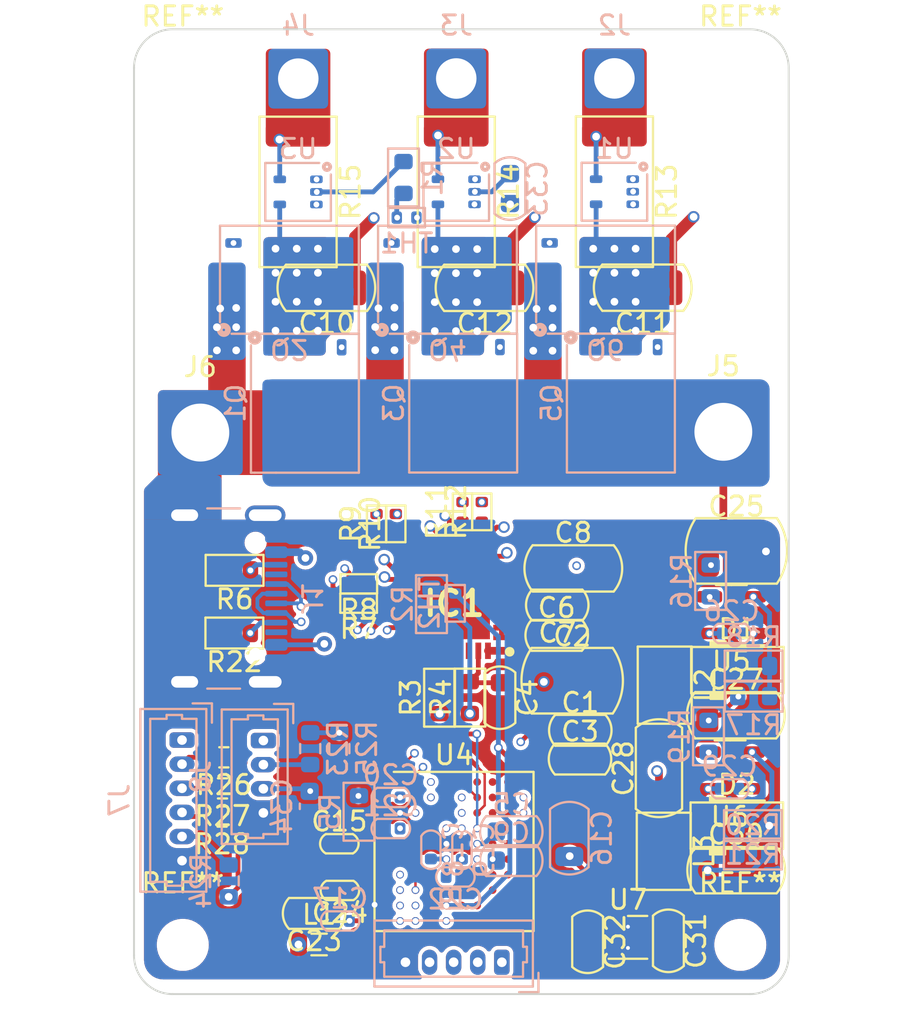
<source format=kicad_pcb>
(kicad_pcb (version 20221018) (generator pcbnew)
  (layers (0 "F.Cu" signal) (1 "In1.Cu" signal) (2 "In2.Cu" signal) (3 "In3.Cu" signal) (4 "In4.Cu" signal) (31 "B.Cu" signal) (34 "B.Paste" user) (35 "F.Paste" user) (36 "B.SilkS" user "B.Silkscreen") (37 "F.SilkS" user "F.Silkscreen") (38 "B.Mask" user) (39 "F.Mask" user) (44 "Edge.Cuts" user))
  (net 0 "")
  (net 1 "GND")
  (net 2 "VCC")
  (net 3 "Net-(IC1-VB3)")
  (net 4 "PHASE_C")
  (net 5 "Net-(IC1-VB1)")
  (net 6 "PHASE_A")
  (net 7 "Net-(IC1-VB2)")
  (net 8 "PHASE_B")
  (net 9 "CS_A")
  (net 10 "CS_B")
  (net 11 "CS_C")
  (net 12 "+3.3V")
  (net 13 "PHASE_A_CONN")
  (net 14 "PHASE_B_CONN")
  (net 15 "PHASE_C_CONN")
  (net 16 "Net-(Q1-G)")
  (net 17 "Net-(Q2-G)")
  (net 18 "Net-(Q5-G)")
  (net 19 "Net-(IC1-RFE)")
  (net 20 "Net-(IC1-BJT_DR)")
  (net 21 "Net-(IC1-CP1)")
  (net 22 "Net-(IC1-CP2)")
  (net 23 "Net-(IC1-VCC)")
  (net 24 "Net-(IC1-HO1)")
  (net 25 "Net-(IC1-LO1)")
  (net 26 "Net-(IC1-HO2)")
  (net 27 "Net-(IC1-LO2)")
  (net 28 "Net-(IC1-HO3)")
  (net 29 "Net-(IC1-LO3)")
  (net 30 "LIN_C")
  (net 31 "LIN_B")
  (net 32 "LIN_A")
  (net 33 "HIN_C")
  (net 34 "HIN_B")
  (net 35 "HIN_A")
  (net 36 "Net-(IC1-ITRIP_CONF)")
  (net 41 "Net-(Q3-G)")
  (net 42 "Net-(Q4-G)")
  (net 43 "Net-(Q6-G)")
  (net 46 "WAKEUP")
  (net 54 "DISPLAY_TX")
  (net 59 "USB_D+")
  (net 64 "USB_D-")
  (net 66 "Net-(U4-BOOT0)")
  (net 69 "Net-(U4-NRST)")
  (net 73 "Net-(C5-Pad2)")
  (net 76 "Net-(C9-Pad2)")
  (net 83 "+3.3VA")
  (net 86 "DISPLAY_RX")
  (net 87 "HALL_S")
  (net 114 "Net-(U5-CB)")
  (net 115 "Net-(D1-K)")
  (net 116 "+12V")
  (net 117 "Net-(U5-FB)")
  (net 118 "Net-(U6-CB)")
  (net 119 "Net-(D2-K)")
  (net 120 "Net-(U6-FB)")
  (net 121 "Net-(U5-~{SHDN})")
  (net 122 "Net-(U6-~{SHDN})")
  (net 123 "+5V")
  (net 124 "Net-(J1-CC1)")
  (net 126 "Net-(J1-CC2)")
  (net 128 "HALL_A")
  (net 129 "HALL_B")
  (net 130 "HALL_C")
  (net 131 "TH_LOW")
  (net 132 "PAS_SIGNAL")
  (net 133 "TORQUE_OUTPUT")
  (net 134 "TH_HIGH")
  (net 135 "PAS_SIGNAL_LOW")
  (footprint "PCM_Resistor_SMD_AKL:R_2512_6332Metric" (layer "F.Cu") (at 193.66 75.2475 -90)
    (fp_text reference "R15")
    (fp_text value "1m" hide)
  )
  (footprint "MountingHole:MountingHole_2.2mm_M2" (layer "F.Cu") (at 216.6 114.27)
    (fp_text reference "REF**")
    (fp_text value "MountingHole_2.2mm_M2")
  )
  (footprint "PCM_Resistor_SMD_AKL:R_0402_1005Metric" (layer "F.Cu") (at 196.8 96.56 180)
    (fp_text reference "R7")
    (fp_text value "22" hide)
  )
  (footprint "PCM_Resistor_SMD_AKL:R_0402_1005Metric" (layer "F.Cu") (at 203.19 91.83 90)
    (fp_text reference "R12")
    (fp_text value "22" hide)
  )
  (footprint "PCM_Resistor_SMD_AKL:R_0402_1005Metric" (layer "F.Cu") (at 202.19 91.83 90)
    (fp_text reference "R11")
    (fp_text value "22" hide)
  )
  (footprint "MountingHole:MountingHole_2.2mm_M2" (layer "F.Cu") (at 187.68 69.35)
    (fp_text reference "REF**")
    (fp_text value "MountingHole_2.2mm_M2")
  )
  (footprint "Resistor_SMD:R_0603_1608Metric" (layer "F.Cu") (at 189.74 106.16 180)
    (fp_text reference "R27")
    (fp_text value "10K")
  )
  (footprint "PCM_Capacitor_SMD_AKL:C_1206_3216Metric" (layer "F.Cu") (at 211.545 80.21 180)
    (fp_text reference "C11")
    (fp_text value "2.2uF" hide)
  )
  (footprint "PCM_Capacitor_SMD_AKL:C_1206_3216Metric" (layer "F.Cu") (at 195.135 80.22 180)
    (fp_text reference "C10")
    (fp_text value "2.2uF" hide)
  )
  (footprint "PCM_Diode_SMD_AKL:D_SOD-123" (layer "F.Cu") (at 216.42 108.09)
    (fp_text reference "D2")
    (fp_text value "80V/1A" hide)
  )
  (footprint "PCM_Capacitor_SMD_AKL:C_0402_1005Metric" (layer "F.Cu") (at 195.83 111.45 180)
    (fp_text reference "C24")
    (fp_text value "100nF" hide)
  )
  (footprint "PCM_Resistor_SMD_AKL:R_0402_1005Metric" (layer "F.Cu") (at 197.73 92.45 90)
    (fp_text reference "R9")
    (fp_text value "22" hide)
  )
  (footprint "Package_TO_SOT_SMD:SOT-23-6" (layer "F.Cu") (at 216.07 105.23 180)
    (fp_text reference "U6")
    (fp_text value "LMR16006YQ5")
  )
  (footprint "PCM_Capacitor_SMD_AKL:C_0603_1608Metric" (layer "F.Cu") (at 204.13 101.46 -90)
    (fp_text reference "C4")
    (fp_text value "1nF" hide)
  )
  (footprint "PCM_Diode_SMD_AKL:D_SOD-123" (layer "F.Cu") (at 216.45 100.03)
    (fp_text reference "D1")
    (fp_text value "80V/1A" hide)
  )
  (footprint "PCM_Capacitor_SMD_AKL:C_1206_3216Metric" (layer "F.Cu") (at 216.36 102.37)
    (fp_text reference "C27")
    (fp_text value "10uF/25V" hide)
  )
  (footprint "PCM_Inductor_SMD_AKL:L_1008_2520Metric" (layer "F.Cu") (at 212.63 109.42 -90)
    (fp_text reference "L3")
    (fp_text value "6,8uH" hide)
  )
  (footprint "Resistor_SMD:R_0603_1608Metric" (layer "F.Cu") (at 189.81 104.55 180)
    (fp_text reference "R26")
    (fp_text value "10K")
  )
  (footprint "PCM_Inductor_SMD_AKL:L_1008_2520Metric" (layer "F.Cu") (at 212.68 100.81 -90)
    (fp_text reference "L2")
    (fp_text value "10uH" hide)
  )
  (footprint "PCM_Resistor_SMD_AKL:R_0603_1608Metric" (layer "F.Cu") (at 190.355 98.11 180)
    (fp_text reference "R22")
    (fp_text value "5,1k" hide)
  )
  (footprint "Package_BGA:TFBGA-100_8x8mm_Layout10x10_P0.8mm" (layer "F.Cu") (at 201.75 109.43)
    (fp_text reference "U4")
    (fp_text value "STM32H753VIHx")
  )
  (footprint "PCM_Capacitor_SMD_AKL:C_0603_1608Metric" (layer "F.Cu") (at 212.87 114.06 -90)
    (fp_text reference "C31")
    (fp_text value "2,2uF/10V" hide)
  )
  (footprint "Connector_Wire:SolderWire-2.5sqmm_1x01_D2.4mm_OD4.4mm" (layer "F.Cu") (at 188.59 87.72)
    (fp_text reference "J6")
    (fp_text value "BAT-")
  )
  (footprint "PCM_Capacitor_SMD_AKL:C_0603_1608Metric" (layer "F.Cu") (at 207.075 98.23)
    (fp_text reference "C6")
    (fp_text value "1uF" hide)
  )
  (footprint "PCM_Capacitor_SMD_AKL:C_1210_3225Metric" (layer "F.Cu") (at 216.395 93.85)
    (fp_text reference "C25")
    (fp_text value "10uF/100V" hide)
  )
  (footprint "PCM_Resistor_SMD_AKL:R_0402_1005Metric" (layer "F.Cu") (at 196.81 95.56 180)
    (fp_text reference "R8")
    (fp_text value "22" hide)
  )
  (footprint "PCM_Capacitor_SMD_AKL:C_0603_1608Metric" (layer "F.Cu") (at 208.3 103.15)
    (fp_text reference "C1")
    (fp_text value "C" hide)
  )
  (footprint "PCM_Capacitor_SMD_AKL:C_1210_3225Metric" (layer "F.Cu") (at 207.88 100.58)
    (fp_text reference "C2")
    (fp_text value "10uF/100V" hide)
  )
  (footprint "PCM_Capacitor_SMD_AKL:C_0603_1608Metric" (layer "F.Cu") (at 208.68 114.11 -90)
    (fp_text reference "C32")
    (fp_text value "2,2uF/10V" hide)
  )
  (footprint "PCM_Capacitor_SMD_AKL:C_0402_1005Metric" (layer "F.Cu") (at 195.8 109.03)
    (fp_text reference "C15")
    (fp_text value "100nF" hide)
  )
  (footprint "PCM_Resistor_SMD_AKL:R_2512_6332Metric" (layer "F.Cu") (at 201.865 75.2425 -90)
    (fp_text reference "R14")
    (fp_text value "1m" hide)
  )
  (footprint "PCM_Capacitor_SMD_AKL:C_1206_3216Metric" (layer "F.Cu") (at 207.93 94.76)
    (fp_text reference "C8")
    (fp_text value "10uF/25V" hide)
  )
  (footprint "Resistor_SMD:R_0603_1608Metric" (layer "F.Cu") (at 189.72 107.62 180)
    (fp_text reference "R28")
    (fp_text value "10K")
  )
  (footprint "Connector_Wire:SolderWire-2.5sqmm_1x01_D2.4mm_OD4.4mm" (layer "F.Cu") (at 215.72 87.68)
    (fp_text reference "J5")
    (fp_text value "BAT+")
  )
  (footprint "Package_SON:WSON-6-1EP_2x2mm_P0.65mm_EP1x1.6mm_ThermalVias" (layer "F.Cu") (at 210.7725 113.88)
    (fp_text reference "U7")
    (fp_text value "TLV76733DRVx" hide)
  )
  (footprint "PCM_Capacitor_SMD_AKL:C_1206_3216Metric" (layer "F.Cu") (at 216.38 110.4)
    (fp_text reference "C30")
    (fp_text value "10uF/25V" hide)
  )
  (footprint "PCM_Capacitor_SMD_AKL:C_0603_1608Metric" (layer "F.Cu") (at 194.49 112.64 180)
    (fp_text reference "C23")
    (fp_text value "1uF" hide)
  )
  (footprint "MountingHole:MountingHole_2.2mm_M2" (layer "F.Cu") (at 216.61 69.35)
    (fp_text reference "REF**")
    (fp_text value "MountingHole_2.2mm_M2")
  )
  (footprint "PCM_Capacitor_SMD_AKL:C_1206_3216Metric" (layer "F.Cu") (at 212.38 105.12 90)
    (fp_text reference "C28")
    (fp_text value "10uF/25V" hide)
  )
  (footprint "MountingHole:MountingHole_2.2mm_M2" (layer "F.Cu") (at 187.68 114.27)
    (fp_text reference "REF**")
    (fp_text value "MountingHole_2.2mm_M2")
  )
  (footprint "PCM_Resistor_SMD_AKL:R_0603_1608Metric" (layer "F.Cu") (at 190.365 94.86 180)
    (fp_text reference "R6")
    (fp_text value "5,1k" hide)
  )
  (footprint "PCM_Resistor_SMD_AKL:R_0603_1608Metric" (layer "F.Cu") (at 201 101.46 90)
    (fp_text reference "R3")
    (fp_text value "100k" hide)
  )
  (footprint "PCM_Capacitor_SMD_AKL:C_0603_1608Metric" (layer "F.Cu") (at 207.105 96.66 180)
    (fp_text reference "C7")
    (fp_text value "10nF/25V" hide)
  )
  (footprint "PCM_Capacitor_SMD_AKL:C_0603_1608Metric" (layer "F.Cu") (at 208.285 104.64)
    (fp_text reference "C3")
    (fp_text value "C" hide)
  )
  (footprint "PCM_Resistor_SMD_AKL:R_0402_1005Metric" (layer "F.Cu") (at 198.73 92.45 90)
    (fp_text reference "R10")
    (fp_text value "22" hide)
  )
  (footprint "PCM_Resistor_SMD_AKL:R_0603_1608Metric" (layer "F.Cu") (at 202.57 101.455 90)
    (fp_text reference "R4")
    (fp_text value "1M" hide)
  )
  (footprint "PCM_Resistor_SMD_AKL:R_2512_6332Metric" (layer "F.Cu") (at 210.07 75.2375 -90)
    (fp_text reference "R13")
    (fp_text value "1m" hide)
  )
  (footprint "CycleIQ:QFN50P500X500X90-33N-D" (layer "F.Cu") (at 201.76 96.58 180)
    (fp_text reference "IC1")
    (fp_text value "6ED2742S01QXTMA1" hide)
  )
  (footprint "Package_TO_SOT_SMD:SOT-23-6" (layer "F.Cu") (at 216.1375 97.18 180)
    (fp_text reference "U5")
    (fp_text value "LMR16006YQ5")
  )
  (footprint "PCM_Capacitor_SMD_AKL:C_1206_3216Metric" (layer "F.Cu") (at 203.34 80.22 180)
    (fp_text reference "C12")
    (fp_text value "2.2uF" hide)
  )
  (footprint "Inductor_SMD:L_0805_2012Metric" (layer "F.Cu") (at 194.75 114.25)
    (fp_text reference "L1")
    (fp_text value "27nH")
  )
  (footprint "PCM_Package_SON_AKL:Infineon_PG-TDSON-8" (layer "B.Cu") (at 210.405 86.19 -90)
    (fp_text reference "Q5")
    (fp_text value "TPH1R306PL" hide)
  )
  (footprint "PCM_Resistor_SMD_AKL:R_0603_1608Metric" (layer "B.Cu") (at 217.29 99.82 180)
    (fp_text reference "R18")
    (fp_text value "10k" hide)
  )
  (footprint "PCM_Resistor_SMD_AKL:R_0603_1608Metric" (layer "B.Cu") (at 196.82 107.37 -90)
    (fp_text reference "R5")
    (fp_text value "10k" hide)
  )
  (footprint "PCM_Capacitor_SMD_AKL:C_0402_1005Metric" (layer "B.Cu") (at 198.47 108.24 180)
    (fp_text reference "C21")
    (fp_text value "100nF" hide)
  )
  (footprint "PCM_Package_SON_AKL:Infineon_PG-TDSON-8" (layer "B.Cu") (at 202.225 86.19 -90)
    (fp_text reference "Q3")
    (fp_text value "TPH1R306PL" hide)
  )
  (footprint "PCM_Capacitor_SMD_AKL:C_0603_1608Metric" (layer "B.Cu") (at 204.65 75.075 90)
    (fp_text reference "C33")
    (fp_text value "1uF" hide)
  )
  (footprint "PCM_Package_SON_AKL:Infineon_PG-TDSON-8" (layer "B.Cu") (at 193.21 79.8)
    (fp_text reference "Q2")
    (fp_text value "TPH1R306PL" hide)
  )
  (footprint "PCM_Package_TO_SOT_SMD_AKL:SOT-353_SC-70-5" (layer "B.Cu") (at 201.865 75.2425 180)
    (fp_text reference "U2")
    (fp_text value "~" hide)
  )
  (footprint "PCM_Resistor_SMD_AKL:R_0603_1608Metric" (layer "B.Cu") (at 200.58 96.61 -90)
    (fp_text reference "R2")
    (fp_text value "10k" hide)
  )
  (footprint "PCM_Capacitor_SMD_AKL:C_0402_1005Metric" (layer "B.Cu") (at 202.16 109.35 90)
    (fp_text reference "C19")
    (fp_text value "100nF" hide)
  )
  (footprint "PCM_Capacitor_SMD_AKL:C_0603_1608Metric" (layer "B.Cu") (at 204.72 108.4 180)
    (fp_text reference "C5")
    (fp_text value "2,2uF" hide)
  )
  (footprint "PCM_Package_SON_AKL:Infineon_PG-TDSON-8" (layer "B.Cu") (at 209.61 79.795)
    (fp_text reference "Q6")
    (fp_text value "TPH1R306PL" hide)
  )
  (footprint "Connector_USB:USB_C_Receptacle_GCT_USB4105-xx-A_16P_TopMnt_Horizontal" (layer "B.Cu") (at 188.85 96.32 90)
    (fp_text reference "J1")
    (fp_text value "USB_C_Receptacle_USB2.0")
  )
  (footprint "PCM_Package_SON_AKL:Infineon_PG-TDSON-8" (layer "B.Cu") (at 194.015 86.2 -90)
    (fp_text reference "Q1")
    (fp_text value "TPH1R306PL" hide)
  )
  (footprint "PCM_Resistor_SMD_AKL:R_0402_1005Metric" (layer "B.Cu") (at 201.81 96.57 -90)
    (fp_text reference "TH2")
    (fp_text value "Thermistor_NTC" hide)
  )
  (footprint "Resistor_SMD:R_0603_1608Metric" (layer "B.Cu") (at 194.29 104.1 90)
    (fp_text reference "R23")
    (fp_text value "33K")
  )
  (footprint "PCM_Capacitor_SMD_AKL:C_0402_1005Metric" (layer "B.Cu") (at 195.84 113.03 180)
    (fp_text reference "C17")
    (fp_text value "100nF" hide)
  )
  (footprint "PCM_Resistor_SMD_AKL:R_0603_1608Metric" (layer "B.Cu") (at 215.06 95.41 -90)
    (fp_text reference "R16")
    (fp_text value "100k" hide)
  )
  (footprint "PCM_Capacitor_SMD_AKL:C_0805_2012Metric" (layer "B.Cu") (at 207.73 108.74 90)
    (fp_text reference "C16")
    (fp_text value "4,7uF" hide)
  )
  (footprint "Connector_Molex:Molex_PicoBlade_53047-0410_1x04_P1.25mm_Vertical" (layer "B.Cu") (at 191.86 103.68 -90)
    (fp_text reference "J8")
    (fp_text value "CONN_PAS")
  )
  (footprint "Connector_Molex:Molex_PicoBlade_53047-0610_1x06_P1.25mm_Vertical" (layer "B.Cu") (at 187.64 103.655 -90)
    (fp_text reference "J7")
    (fp_text value "CONN_HALL")
  )
  (footprint "Connector_Wire:SolderWire-1.5sqmm_1x01_D1.7mm_OD3mm" (layer "B.Cu") (at 193.67 69.3775 180)
    (fp_text reference "J4")
    (fp_text value "PHASE_C")
  )
  (footprint "PCM_Resistor_SMD_AKL:R_0603_1608Metric" (layer "B.Cu") (at 217.295 101.38)
    (fp_text reference "R17")
    (fp_text value "147k" hide)
  )
  (footprint "PCM_Resistor_SMD_AKL:R_0603_1608Metric" (layer "B.Cu") (at 217.25 109.56 180)
    (fp_text reference "R20")
    (fp_text value "54.9k" hide)
  )
  (footprint "PCM_Resistor_SMD_AKL:R_0402_1005Metric" (layer "B.Cu") (at 199.29 76.58)
    (fp_text reference "TH1")
    (fp_text value "Thermistor_NTC" hide)
  )
  (footprint "Connector_Wire:SolderWire-1.5sqmm_1x01_D1.7mm_OD3mm" (layer "B.Cu") (at 201.865 69.37 180)
    (fp_text reference "J3")
    (fp_text value "PHASE_B")
  )
  (footprint "PCM_Capacitor_SMD_AKL:C_0402_1005Metric" (layer "B.Cu") (at 198.47 106.63 180)
    (fp_text reference "C20")
    (fp_text value "100nF" hide)
  )
  (footprint "PCM_Capacitor_SMD_AKL:C_0402_1005Metric" (layer "B.Cu") (at 216.15 98.13 180)
    (fp_text reference "C26")
    (fp_text value "100nF/16V" hide)
  )
  (footprint "PCM_Package_TO_SOT_SMD_AKL:SOT-353_SC-70-5" (layer "B.Cu") (at 210.07 75.2375 180)
    (fp_text reference "U1")
    (fp_text value "~" hide)
  )
  (footprint "PCM_Package_SON_AKL:Infineon_PG-TDSON-8" (layer "B.Cu") (at 201.41 79.8)
    (fp_text reference "Q4")
    (fp_text value "TPH1R306PL" hide)
  )
  (footprint "PCM_Capacitor_SMD_AKL:C_0603_1608Metric" (layer "B.Cu") (at 204.72 109.9 180)
    (fp_text reference "C9")
    (fp_text value "2,2uF" hide)
  )
  (footprint "Connector_Molex:Molex_PicoBlade_53047-0510_1x05_P1.25mm_Vertical" (layer "B.Cu") (at 204.23 115.17 180)
    (fp_text reference "J9")
    (fp_text value "CONN_DISPLAY")
  )
  (footprint "Connector_Wire:SolderWire-1.5sqmm_1x01_D1.7mm_OD3mm" (layer "B.Cu") (at 210.07 69.365 180)
    (fp_text reference "J2")
    (fp_text value "PHASE_A")
  )
  (footprint "Capacitor_SMD:C_0603_1608Metric" (layer "B.Cu") (at 194.26 107.09 -90)
    (fp_text reference "C34")
    (fp_text value "2,2uF/10V" hide)
  )
  (footprint "PCM_Capacitor_SMD_AKL:C_0402_1005Metric" (layer "B.Cu") (at 201.82 110.75)
    (fp_text reference "C22")
    (fp_text value "100nF" hide)
  )
  (footprint "PCM_Capacitor_SMD_AKL:C_0402_1005Metric" (layer "B.Cu") (at 216.04 106.18 180)
    (fp_text reference "C29")
    (fp_text value "100nF/16V" hide)
  )
  (footprint "PCM_Package_TO_SOT_SMD_AKL:SOT-353_SC-70-5" (layer "B.Cu") (at 193.66 75.2475 180)
    (fp_text reference "U3")
    (fp_text value "~" hide)
  )
  (footprint "Resistor_SMD:R_0603_1608Metric" (layer "B.Cu") (at 195.8 104.1 90)
    (fp_text reference "R25")
    (fp_text value "10K")
  )
  (footprint "PCM_Resistor_SMD_AKL:R_0603_1608Metric" (layer "B.Cu") (at 217.255 108.09)
    (fp_text reference "R21")
    (fp_text value "10k" hide)
  )
  (footprint "Resistor_SMD:R_0603_1608Metric" (layer "B.Cu") (at 190.06 110.955 -90)
    (fp_text reference "R24")
    (fp_text value "10K")
  )
  (footprint "PCM_Capacitor_SMD_AKL:C_0402_1005Metric" (layer "B.Cu") (at 200.55 109.34 90)
    (fp_text reference "C18")
    (fp_text value "100nF" hide)
  )
  (footprint "PCM_Resistor_SMD_AKL:R_0603_1608Metric" (layer "B.Cu") (at 214.95 103.46 -90)
    (fp_text reference "R19")
    (fp_text value "100k" hide)
  )
  (footprint "PCM_Resistor_SMD_AKL:R_0603_1608Metric" (layer "B.Cu") (at 199.13 74.5 90)
    (fp_text reference "R1")
    (fp_text value "10k" hide)
  )
  (gr_line (start 219.11 68.82) (end 219.11 114.82) (stroke (width 0.1)) (layer "Edge.Cuts"))
  (gr_line (start 187.15 66.82) (end 217.11 66.82) (stroke (width 0.1)) (layer "Edge.Cuts"))
  (gr_arc (start 219.11 114.82) (mid 218.524214 116.234214) (end 217.11 116.82) (stroke (width 0.1)) (layer "Edge.Cuts"))
  (gr_arc (start 187.15 116.82) (mid 185.735786 116.234214) (end 185.15 114.82) (stroke (width 0.1)) (layer "Edge.Cuts"))
  (gr_arc (start 185.15 68.82) (mid 185.735786 67.405786) (end 187.15 66.82) (stroke (width 0.1)) (layer "Edge.Cuts"))
  (gr_line (start 217.11 116.82) (end 187.15 116.82) (stroke (width 0.1)) (layer "Edge.Cuts"))
  (gr_arc (start 217.11 66.82) (mid 218.524214 67.405786) (end 219.11 68.82) (stroke (width 0.1)) (layer "Edge.Cuts"))
  (gr_line (start 185.15 114.82) (end 185.15 68.82) (stroke (width 0.1)) (layer "Edge.Cuts"))
  (segment (start 217.666236 97.18) (end 217.275 97.18) (width 0.4) (layer "F.Cu") (net 1))
  (segment (start 211.66 113.88) (end 210.7725 113.88) (width 0.25) (layer "F.Cu") (net 1))
  (segment (start 218.1 100.03) (end 218.2645 99.8655) (width 0.4) (layer "F.Cu") (net 1))
  (segment (start 218.2645 97.778264) (end 217.666236 97.18) (width 0.4) (layer "F.Cu") (net 1))
  (segment (start 218.2645 99.8655) (end 218.2645 97.778264) (width 0.4) (layer "F.Cu") (net 1))
  (via (at 190.45 81.26) (size 0.8) (drill 0.4) (layers "F.Cu" "B.Cu") (net 1))
  (via (at 198.95 107.43) (size 0.4) (drill 0.3) (layers "F.Cu" "B.Cu") (net 1))
  (via (at 189.62 81.29) (size 0.6) (drill 0.4) (layers "F.Cu" "B.Cu") (net 1))
  (via (at 189.45 83.46) (size 0.8) (drill 0.4) (layers "F.Cu" "B.Cu") (net 1))
  (via (at 205.86 83.48) (size 0.8) (drill 0.4) (layers "F.Cu" "B.Cu") (net 1))
  (via (at 194.63 75.25) (size 0.4) (drill 0.3) (layers "F.Cu" "B.Cu") (net 1))
  (via (at 190.45 82.26) (size 0.8) (drill 0.4) (layers "F.Cu" "B.Cu") (net 1))
  (via (at 206.86 82.28) (size 0.8) (drill 0.4) (layers "F.Cu" "B.Cu") (net 1))
  (via (at 198.66 82.25) (size 0.8) (drill 0.4) (layers "F.Cu" "B.Cu") (net 1))
  (via (at 206.03 81.31) (size 0.6) (drill 0.4) (layers "F.Cu" "B.Cu") (net 1))
  (via (at 202.83 75.24) (size 0.4) (drill 0.3) (layers "F.Cu" "B.Cu") (net 1))
  (via (at 189.45 82.26) (size 0.8) (drill 0.4) (layers "F.Cu" "B.Cu") (net 1))
  (via (at 197.63 112.19) (size 0.45) (drill 0.3) (layers "F.Cu" "B.Cu") (net 1))
  (via (at 201.35 109.03) (size 0.4) (drill 0.3) (layers "F.Cu" "B.Cu") (net 1))
  (via (at 218.1 108.09) (size 0.6) (drill 0.4) (layers "F.Cu" "B.Cu") (net 1))
  (via (at 206.86 83.48) (size 0.8) (drill 0.4) (layers "F.Cu" "B.Cu") (net 1))
  (via (at 205.86 82.28) (size 0.8) (drill 0.4) (layers "F.Cu" "B.Cu") (net 1))
  (via (at 197.66 82.25) (size 0.8) (drill 0.4) (layers "F.Cu" "B.Cu") (net 1))
  (via (at 197.83 81.28) (size 0.6) (drill 0.4) (layers "F.Cu" "B.Cu") (net 1))
  (via (at 206.86 81.28) (size 0.8) (drill 0.4) (layers "F.Cu" "B.Cu") (net 1))
  (via (at 190.45 83.46) (size 0.8) (drill 0.4) (layers "F.Cu" "B.Cu") (net 1))
  (via (at 197.66 83.45) (size 0.8) (drill 0.4) (layers "F.Cu" "B.Cu") (net 1))
  (via (at 198.66 83.45) (size 0.8) (drill 0.4) (layers "F.Cu" "B.Cu") (net 1))
  (via (at 217.93 93.88) (size 0.6) (drill 0.4) (layers "F.Cu" "B.Cu") (net 1))
  (via (at 198.66 81.25) (size 0.8) (drill 0.4) (layers "F.Cu" "B.Cu") (net 1))
  (via (at 211.04 75.23) (size 0.4) (drill 0.3) (layers "F.Cu" "B.Cu") (net 1))
  (segment (start 202.815 75.2425) (end 202.8275 75.2425) (width 0.25) (layer "B.Cu") (net 1))
  (segment (start 194.6325 75.2475) (end 194.63 75.25) (width 0.25) (layer "B.Cu") (net 1))
  (segment (start 194.6275 75.2475) (end 194.61 75.2475) (width 0.25) (layer "B.Cu") (net 1))
  (segment (start 194.63 75.25) (end 194.6275 75.2475) (width 0.25) (layer "B.Cu") (net 1))
  (segment (start 202.8275 75.2425) (end 202.83 75.24) (width 0.25) (layer "B.Cu") (net 1))
  (segment (start 197.5575 75.2475) (end 194.6325 75.2475) (width 0.25) (layer "B.Cu") (net 1))
  (segment (start 203.7075 75.2425) (end 204.65 74.3) (width 0.25) (layer "B.Cu") (net 1))
  (segment (start 202.8325 75.2425) (end 203.7075 75.2425) (width 0.25) (layer "B.Cu") (net 1))
  (segment (start 199.13 73.675) (end 197.5575 75.2475) (width 0.25) (layer "B.Cu") (net 1))
  (segment (start 202.83 75.24) (end 202.8325 75.2425) (width 0.25) (layer "B.Cu") (net 1))
  (segment (start 206.41 100.585) (end 206.41 100.64) (width 0.4) (layer "F.Cu") (net 2))
  (segment (start 215 97.18) (end 215.391236 97.18) (width 0.4) (layer "F.Cu") (net 2))
  (segment (start 204.855 99.03) (end 206.41 100.585) (width 0.4) (layer "F.Cu") (net 2))
  (segment (start 203.51 99.03) (end 204.855 99.03) (width 0.4) (layer "F.Cu") (net 2))
  (segment (start 214.0105 96.581736) (end 214.0105 94.5295) (width 0.4) (layer "F.Cu") (net 2))
  (segment (start 206.465 100.64) (end 206.405 100.58) (width 0.4) (layer "F.Cu") (net 2))
  (segment (start 206.41 100.64) (end 206.465 100.64) (width 0.4) (layer "F.Cu") (net 2))
  (segment (start 215 97.18) (end 214.608764 97.18) (width 0.4) (layer "F.Cu") (net 2))
  (segment (start 214.608764 97.18) (end 214.0105 96.581736) (width 0.4) (layer "F.Cu") (net 2))
  (segment (start 214.69 93.85) (end 214.92 93.85) (width 0.4) (layer "F.Cu") (net 2))
  (segment (start 214.0105 94.5295) (end 214.69 93.85) (width 0.4) (layer "F.Cu") (net 2))
  (segment (start 215.72 93.05) (end 214.92 93.85) (width 0.4) (layer "F.Cu") (net 2))
  (segment (start 215.72 87.68) (end 215.72 93.05) (width 0.4) (layer "F.Cu") (net 2))
  (via (at 215.08 94.59) (size 0.45) (drill 0.3) (layers "F.Cu" "B.Cu") (net 2))
  (via (at 206.41 100.64) (size 0.6) (drill 0.4) (layers "F.Cu" "B.Cu") (net 2))
  (segment (start 196.61 77.58) (end 197.59 76.6) (width 0.6) (layer "F.Cu") (net 3))
  (segment (start 198.126942 94.303058) (end 198.653884 94.83) (width 0.25) (layer "F.Cu") (net 3))
  (segment (start 198.653884 94.83) (end 199.31 94.83) (width 0.25) (layer "F.Cu") (net 3))
  (segment (start 196.61 80.22) (end 196.61 77.58) (width 0.6) (layer "F.Cu") (net 3))
  (via (at 197.59 76.6) (size 0.6) (drill 0.4) (layers "F.Cu" "B.Cu") (net 3))
  (via (at 198.126942 94.303058) (size 0.6) (drill 0.4) (layers "F.Cu" "B.Cu") (net 3))
  (segment (start 198.146585 95.205879) (end 198.270706 95.33) (width 0.25) (layer "F.Cu") (net 4))
  (segment (start 198.270706 95.33) (end 199.31 95.33) (width 0.25) (layer "F.Cu") (net 4))
  (via (at 192.49 78.19) (size 0.8) (drill 0.4) (layers "F.Cu" "B.Cu") (net 4))
  (via (at 194.69 79.44) (size 0.8) (drill 0.4) (layers "F.Cu" "B.Cu") (net 4))
  (via (at 194.69 80.94) (size 0.8) (drill 0.4) (layers "F.Cu" "B.Cu") (net 4))
  (via (at 194.69 78.19) (size 0.8) (drill 0.4) (layers "F.Cu" "B.Cu") (net 4))
  (via (at 193.59 78.19) (size 0.8) (drill 0.4) (layers "F.Cu" "B.Cu") (net 4))
  (via (at 192.49 79.44) (size 0.8) (drill 0.4) (layers "F.Cu" "B.Cu") (net 4))
  (via (at 194.69 82.44) (size 0.8) (drill 0.4) (layers "F.Cu" "B.Cu") (net 4))
  (via (at 192.49 82.44) (size 0.8) (drill 0.4) (layers "F.Cu" "B.Cu") (net 4))
  (via (at 193.59 80.94) (size 0.8) (drill 0.4) (layers "F.Cu" "B.Cu") (net 4))
  (via (at 192.49 80.94) (size 0.8) (drill 0.4) (layers "F.Cu" "B.Cu") (net 4))
  (via (at 198.146585 95.205879) (size 0.6) (drill 0.4) (layers "F.Cu" "B.Cu") (net 4))
  (via (at 193.59 82.44) (size 0.8) (drill 0.4) (layers "F.Cu" "B.Cu") (net 4))
  (via (at 193.59 79.44) (size 0.8) (drill 0.4) (layers "F.Cu" "B.Cu") (net 4))
  (segment (start 192.71 75.8975) (end 192.71 77.97) (width 0.25) (layer "B.Cu") (net 4))
  (segment (start 192.71 77.97) (end 192.49 78.19) (width 0.25) (layer "B.Cu") (net 4))
  (segment (start 213.02 77.7) (end 214.18 76.54) (width 0.6) (layer "F.Cu") (net 5))
  (segment (start 204.31 94.13) (end 204.49 93.95) (width 0.25) (layer "F.Cu") (net 5))
  (segment (start 213.02 80.21) (end 213.02 77.7) (width 0.6) (layer "F.Cu") (net 5))
  (segment (start 203.51 94.13) (end 204.31 94.13) (width 0.25) (layer "F.Cu") (net 5))
  (via (at 204.49 93.95) (size 0.6) (drill 0.4) (layers "F.Cu" "B.Cu") (net 5))
  (via (at 214.18 76.54) (size 0.6) (drill 0.4) (layers "F.Cu" "B.Cu") (net 5))
  (segment (start 203.01 94.13) (end 203.01 93.58) (width 0.25) (layer "F.Cu") (net 6))
  (segment (start 203.97 92.62) (end 204.34 92.62) (width 0.25) (layer "F.Cu") (net 6))
  (segment (start 203.01 93.58) (end 203.97 92.62) (width 0.25) (layer "F.Cu") (net 6))
  (via (at 204.34 92.62) (size 0.6) (drill 0.4) (layers "F.Cu" "B.Cu") (net 6))
  (via (at 210.07 79.44) (size 0.8) (drill 0.4) (layers "F.Cu" "B.Cu") (net 6))
  (via (at 211.17 78.19) (size 0.8) (drill 0.4) (layers "F.Cu" "B.Cu") (net 6))
  (via (at 211.17 79.44) (size 0.8) (drill 0.4) (layers "F.Cu" "B.Cu") (net 6))
  (via (at 211.17 80.94) (size 0.8) (drill 0.4) (layers "F.Cu" "B.Cu") (net 6))
  (via (at 211.17 82.44) (size 0.8) (drill 0.4) (layers "F.Cu" "B.Cu") (net 6))
  (via (at 210.07 78.19) (size 0.8) (drill 0.4) (layers "F.Cu" "B.Cu") (net 6))
  (via (at 208.97 80.94) (size 0.8) (drill 0.4) (layers "F.Cu" "B.Cu") (net 6))
  (via (at 208.97 79.44) (size 0.8) (drill 0.4) (layers "F.Cu" "B.Cu") (net 6))
  (via (at 210.07 80.94) (size 0.8) (drill 0.4) (layers "F.Cu" "B.Cu") (net 6))
  (via (at 210.07 82.44) (size 0.8) (drill 0.4) (layers "F.Cu" "B.Cu") (net 6))
  (via (at 208.97 78.19) (size 0.8) (drill 0.4) (layers "F.Cu" "B.Cu") (net 6))
  (via (at 208.97 82.44) (size 0.8) (drill 0.4) (layers "F.Cu" "B.Cu") (net 6))
  (segment (start 209.12 75.8875) (end 209.12 78.04) (width 0.25) (layer "B.Cu") (net 6))
  (segment (start 209.12 78.04) (end 208.97 78.19) (width 0.25) (layer "B.Cu") (net 6))
  (segment (start 204.815 77.685) (end 205.94 76.56) (width 0.6) (layer "F.Cu") (net 7))
  (segment (start 204.815 80.22) (end 204.815 77.685) (width 0.6) (layer "F.Cu") (net 7))
  (segment (start 201.51 92.24) (end 201.29 92.02) (width 0.25) (layer "F.Cu") (net 7))
  (segment (start 201.51 94.13) (end 201.51 92.24) (width 0.25) (layer "F.Cu") (net 7))
  (via (at 201.29 92.02) (size 0.6) (drill 0.4) (layers "F.Cu" "B.Cu") (net 7))
  (via (at 205.94 76.56) (size 0.6) (drill 0.4) (layers "F.Cu" "B.Cu") (net 7))
  (segment (start 201.01 94.13) (end 201.01 93.05) (width 0.25) (layer "F.Cu") (net 8))
  (segment (start 201.01 93.05) (end 200.52 92.56) (width 0.25) (layer "F.Cu") (net 8))
  (via (at 201.85 82.46) (size 0.8) (drill 0.4) (layers "F.Cu" "B.Cu") (net 8))
  (via (at 201.85 80.96) (size 0.8) (drill 0.4) (layers "F.Cu" "B.Cu") (net 8))
  (via (at 202.95 80.96) (size 0.8) (drill 0.4) (layers "F.Cu" "B.Cu") (net 8))
  (via (at 200.52 92.56) (size 0.6) (drill 0.4) (layers "F.Cu" "B.Cu") (net 8))
  (via (at 201.85 79.46) (size 0.8) (drill 0.4) (layers "F.Cu" "B.Cu") (net 8))
  (via (at 202.95 79.46) (size 0.8) (drill 0.4) (layers "F.Cu" "B.Cu") (net 8))
  (via (at 200.75 78.21) (size 0.8) (drill 0.4) (layers "F.Cu" "B.Cu") (net 8))
  (via (at 200.75 82.46) (size 0.8) (drill 0.4) (layers "F.Cu" "B.Cu") (net 8))
  (via (at 202.95 78.21) (size 0.8) (drill 0.4) (layers "F.Cu" "B.Cu") (net 8))
  (via (at 200.75 79.46) (size 0.8) (drill 0.4) (layers "F.Cu" "B.Cu") (net 8))
  (via (at 202.95 82.46) (size 0.8) (drill 0.4) (layers "F.Cu" "B.Cu") (net 8))
  (via (at 200.75 80.96) (size 0.8) (drill 0.4) (layers "F.Cu" "B.Cu") (net 8))
  (via (at 201.85 78.21) (size 0.8) (drill 0.4) (layers "F.Cu" "B.Cu") (net 8))
  (segment (start 200.915 75.8925) (end 200.915 78.045) (width 0.25) (layer "B.Cu") (net 8))
  (segment (start 200.915 78.045) (end 200.75 78.21) (width 0.25) (layer "B.Cu") (net 8))
  (segment (start 199.75 105.45) (end 200.14 105.06) (width 0.127) (layer "F.Cu") (net 9))
  (segment (start 199.75 105.83) (end 199.75 105.45) (width 0.127) (layer "F.Cu") (net 9))
  (via (at 200.14 105.06) (size 0.45) (drill 0.3) (layers "F.Cu" "B.Cu") (net 9))
  (via (at 211.03 74.59) (size 0.4) (drill 0.3) (layers "F.Cu" "B.Cu") (net 9))
  (segment (start 199.3595 106.2395) (end 199.75 106.63) (width 0.127) (layer "F.Cu") (net 10))
  (segment (start 199.7 104.34) (end 199.3595 104.6805) (width 0.127) (layer "F.Cu") (net 10))
  (segment (start 199.3595 104.6805) (end 199.3595 106.2395) (width 0.127) (layer "F.Cu") (net 10))
  (via (at 199.7 104.34) (size 0.45) (drill 0.3) (layers "F.Cu" "B.Cu") (net 10))
  (via (at 202.84 74.59) (size 0.4) (drill 0.3) (layers "F.Cu" "B.Cu") (net 10))
  (via (at 199.75 107.43) (size 0.4) (drill 0.3) (layers "F.Cu" "B.Cu") (net 11))
  (via (at 194.62 74.6) (size 0.4) (drill 0.3) (layers "F.Cu" "B.Cu") (net 11))
  (segment (start 200.55 109.83) (end 201.35 109.83) (width 0.127) (layer "F.Cu") (net 12))
  (segment (start 208.68 113.335) (end 208.68 110.6) (width 0.25) (layer "F.Cu") (net 12))
  (segment (start 196.33 113.02) (end 198.15 113.03) (width 0.25) (layer "F.Cu") (net 12))
  (segment (start 196.32 113.03) (end 196.33 113.02) (width 0.25) (layer "F.Cu") (net 12))
  (segment (start 208.68 110.6) (end 207.75 109.67) (width 0.25) (layer "F.Cu") (net 12))
  (segment (start 190.635 107.53) (end 190.545 107.62) (width 0.25) (layer "F.Cu") (net 12))
  (segment (start 209.885 113.23) (end 208.785 113.23) (width 0.25) (layer "F.Cu") (net 12))
  (segment (start 190.635 104.55) (end 190.635 107.53) (width 0.25) (layer "F.Cu") (net 12))
  (segment (start 209.885 113.88) (end 209.885 113.23) (width 0.25) (layer "F.Cu") (net 12))
  (segment (start 190.545 107.62) (end 190.545 111.295) (width 0.25) (layer "F.Cu") (net 12))
  (segment (start 190.545 111.295) (end 190.06 111.78) (width 0.25) (layer "F.Cu") (net 12))
  (segment (start 208.785 113.23) (end 208.68 113.335) (width 0.25) (layer "F.Cu") (net 12))
  (via (at 208.11 94.62) (size 0.45) (drill 0.3) (layers "F.Cu" "B.Cu") (net 12))
  (via (at 211.04 75.89) (size 0.4) (drill 0.3) (layers "F.Cu" "B.Cu") (net 12))
  (via (at 202.57 102.28) (size 0.6) (drill 0.4) (layers "F.Cu" "B.Cu") (net 12))
  (via (at 198.95 108.23) (size 0.4) (drill 0.3) (layers "F.Cu" "B.Cu") (net 12))
  (via (at 201 102.29) (size 0.6) (drill 0.4) (layers "F.Cu" "B.Cu") (net 12))
  (via (at 198.95 106.63) (size 0.4) (drill 0.3) (layers "F.Cu" "B.Cu") (net 12))
  (via (at 204.66 75.89) (size 0.6) (drill 0.4) (layers "F.Cu" "B.Cu") (net 12))
  (via (at 193.68 114.25) (size 0.8) (drill 0.4) (layers "F.Cu" "B.Cu") (net 12))
  (via (at 202.81 75.89) (size 0.4) (drill 0.3) (layers "F.Cu" "B.Cu") (net 12))
  (via (at 194.61 75.9) (size 0.4) (drill 0.3) (layers "F.Cu" "B.Cu") (net 12))
  (via (at 202.95 109.83) (size 0.4) (drill 0.3) (layers "F.Cu" "B.Cu") (net 12))
  (via (at 202.15 109.83) (size 0.4) (drill 0.3) (layers "F.Cu" "B.Cu") (net 12))
  (via (at 190.06 111.78) (size 0.6) (drill 0.4) (layers "F.Cu" "B.Cu") (net 12))
  (via (at 199.83 76.58) (size 0.4) (drill 0.3) (layers "F.Cu" "B.Cu") (net 12))
  (via (at 196.33 113.02) (size 0.45) (drill 0.3) (layers "F.Cu" "B.Cu") (net 12))
  (via (at 207.75 109.67) (size 0.8) (drill 0.4) (layers "F.Cu" "B.Cu") (net 12))
  (via (at 201.35 109.83) (size 0.4) (drill 0.3) (layers "F.Cu" "B.Cu") (net 12))
  (segment (start 201.34 109.82) (end 201.35 109.83) (width 0.25) (layer "B.Cu") (net 12))
  (segment (start 202.57 97.84) (end 202.57 102.28) (width 0.25) (layer "B.Cu") (net 12))
  (segment (start 201.35 110.72) (end 201.35 109.83) (width 0.25) (layer "B.Cu") (net 12))
  (segment (start 201.81 97.08) (end 202.57 97.84) (width 0.25) (layer "B.Cu") (net 12))
  (segment (start 200.55 109.82) (end 201.34 109.82) (width 0.25) (layer "B.Cu") (net 12))
  (via (at 209.12 72.38) (size 0.6) (drill 0.4) (layers "F.Cu" "B.Cu") (net 13))
  (segment (start 209.13 72.39) (end 209.13 72.65) (width 0.25) (layer "B.Cu") (net 13))
  (segment (start 209.12 72.38) (end 209.13 72.39) (width 0.25) (layer "B.Cu") (net 13))
  (segment (start 209.12 72.38) (end 209.12 74.5875) (width 0.25) (layer "B.Cu") (net 13))
  (via (at 200.92 72.32) (size 0.6) (drill 0.4) (layers "F.Cu" "B.Cu") (net 14))
  (segment (start 200.915 74.5925) (end 200.915 72.365) (width 0.25) (layer "B.Cu") (net 14))
  (segment (start 200.92 72.32) (end 200.87 72.32) (width 0.25) (layer "B.Cu") (net 14))
  (segment (start 200.87 72.32) (end 200.91 72.36) (width 0.25) (layer "B.Cu") (net 14))
  (segment (start 200.915 72.365) (end 200.92 72.37) (width 0.25) (layer "B.Cu") (net 14))
  (segment (start 200.92 72.37) (end 200.92 72.32) (width 0.25) (layer "B.Cu") (net 14))
  (via (at 192.69 72.53) (size 0.6) (drill 0.4) (layers "F.Cu" "B.Cu") (net 15))
  (segment (start 192.71 72.59) (end 192.69 72.57) (width 0.25) (layer "B.Cu") (net 15))
  (segment (start 192.69 72.57) (end 192.69 72.53) (width 0.25) (layer "B.Cu") (net 15))
  (segment (start 192.71 74.5975) (end 192.71 72.59) (width 0.25) (layer "B.Cu") (net 15))
  (segment (start 192.65 72.53) (end 192.7 72.58) (width 0.25) (layer "B.Cu") (net 15))
  (segment (start 192.69 72.53) (end 192.65 72.53) (width 0.25) (layer "B.Cu") (net 15))
  (segment (start 196.078148 94.768055) (end 196.3 94.989907) (width 0.25) (layer "F.Cu") (net 16))
  (segment (start 196.3 94.989907) (end 196.3 95.56) (width 0.25) (layer "F.Cu") (net 16))
  (via (at 196.078148 94.768055) (size 0.45) (drill 0.3) (layers "F.Cu" "B.Cu") (net 16))
  (via (at 195.92 83.3) (size 0.45) (drill 0.3) (layers "F.Cu" "B.Cu") (net 16))
  (segment (start 195.47 95.74) (end 196.29 96.56) (width 0.25) (layer "F.Cu") (net 17))
  (segment (start 195.47 95.34) (end 195.47 95.74) (width 0.25) (layer "F.Cu") (net 17))
  (via (at 195.47 95.34) (size 0.45) (drill 0.3) (layers "F.Cu" "B.Cu") (net 17))
  (via (at 190.31 77.895) (size 0.45) (drill 0.3) (layers "F.Cu" "B.Cu") (net 17))
  (via (at 212.31 83.29) (size 0.45) (drill 0.3) (layers "F.Cu" "B.Cu") (net 18))
  (via (at 203.19 91.32) (size 0.45) (drill 0.3) (layers "F.Cu" "B.Cu") (net 18))
  (segment (start 203.01 100.19) (end 203.01 99.03) (width 0.25) (layer "F.Cu") (net 19))
  (segment (start 204.13 100.685) (end 202.625 100.685) (width 0.25) (layer "F.Cu") (net 19))
  (segment (start 202.625 100.685) (end 202.57 100.63) (width 0.25) (layer "F.Cu") (net 19))
  (segment (start 202.57 100.63) (end 203.01 100.19) (width 0.25) (layer "F.Cu") (net 19))
  (segment (start 204.59 98.21) (end 204.21 97.83) (width 0.25) (layer "F.Cu") (net 20))
  (segment (start 206.28 98.21) (end 204.59 98.21) (width 0.25) (layer "F.Cu") (net 20))
  (segment (start 204.47 98.33) (end 204.59 98.21) (width 0.25) (layer "F.Cu") (net 20))
  (segment (start 206.3 98.23) (end 206.28 98.21) (width 0.25) (layer "F.Cu") (net 20))
  (segment (start 204.21 98.33) (end 204.47 98.33) (width 0.25) (layer "F.Cu") (net 20))
  (segment (start 204.21 98.33) (end 204.21 97.83) (width 0.25) (layer "F.Cu") (net 20))
  (segment (start 204.21 97.33) (end 204.247 97.367) (width 0.25) (layer "F.Cu") (net 21))
  (segment (start 205.881186 97.367) (end 205.901186 97.387) (width 0.25) (layer "F.Cu") (net 21))
  (segment (start 207.153 97.387) (end 207.88 96.66) (width 0.25) (layer "F.Cu") (net 21))
  (segment (start 205.901186 97.387) (end 207.153 97.387) (width 0.25) (layer "F.Cu") (net 21))
  (segment (start 204.247 97.367) (end 205.881186 97.367) (width 0.25) (layer "F.Cu") (net 21))
  (segment (start 206.33 96.66) (end 206.16 96.83) (width 0.25) (layer "F.Cu") (net 22))
  (segment (start 206.16 96.83) (end 204.21 96.83) (width 0.25) (layer "F.Cu") (net 22))
  (segment (start 205.13 96.33) (end 206.455 95.005) (width 0.25) (layer "F.Cu") (net 23))
  (segment (start 204.21 96.33) (end 205.13 96.33) (width 0.25) (layer "F.Cu") (net 23))
  (segment (start 206.455 95.005) (end 206.455 94.76) (width 0.25) (layer "F.Cu") (net 23))
  (segment (start 202.51 94.13) (end 202.51 93.02) (width 0.25) (layer "F.Cu") (net 24))
  (segment (start 202.51 93.02) (end 203.19 92.34) (width 0.25) (layer "F.Cu") (net 24))
  (segment (start 202.01 94.13) (end 202.01 92.52) (width 0.25) (layer "F.Cu") (net 25))
  (segment (start 202.01 92.52) (end 202.19 92.34) (width 0.25) (layer "F.Cu") (net 25))
  (segment (start 198.99 93.22) (end 198.99 93.25) (width 0.25) (layer "F.Cu") (net 26))
  (segment (start 198.73 92.96) (end 198.99 93.22) (width 0.25) (layer "F.Cu") (net 26))
  (segment (start 198.99 93.25) (end 200.355 93.25) (width 0.25) (layer "F.Cu") (net 26))
  (segment (start 200.51 93.405) (end 200.51 94.13) (width 0.25) (layer "F.Cu") (net 26))
  (segment (start 200.355 93.25) (end 200.51 93.405) (width 0.25) (layer "F.Cu") (net 26))
  (segment (start 200.01 94.13) (end 198.9 94.13) (width 0.25) (layer "F.Cu") (net 27))
  (segment (start 198.9 94.13) (end 197.73 92.96) (width 0.25) (layer "F.Cu") (net 27))
  (segment (start 200.01 94.13) (end 200.01 93.8) (width 0.25) (layer "F.Cu") (net 27))
  (segment (start 197.59 95.83) (end 197.32 95.56) (width 0.25) (layer "F.Cu") (net 28))
  (segment (start 199.31 95.83) (end 197.59 95.83) (width 0.25) (layer "F.Cu") (net 28))
  (segment (start 197.54 96.33) (end 197.31 96.56) (width 0.25) (layer "F.Cu") (net 29))
  (segment (start 199.31 96.33) (end 197.54 96.33) (width 0.25) (layer "F.Cu") (net 29))
  (segment (start 197.555537 97.132) (end 196.74 97.947537) (width 0.25) (layer "F.Cu") (net 30))
  (segment (start 197.94 96.83) (end 197.638 97.132) (width 0.25) (layer "F.Cu") (net 30))
  (segment (start 196.74 97.947537) (end 196.74 97.95) (width 0.25) (layer "F.Cu") (net 30))
  (segment (start 197.638 97.132) (end 197.555537 97.132) (width 0.25) (layer "F.Cu") (net 30))
  (segment (start 199.31 96.83) (end 197.94 96.83) (width 0.25) (layer "F.Cu") (net 30))
  (via (at 202.15 108.23) (size 0.4) (drill 0.3) (layers "F.Cu" "B.Cu") (net 30))
  (via (at 196.74 97.95) (size 0.45) (drill 0.3) (layers "F.Cu" "B.Cu") (net 30))
  (segment (start 198.1 97.33) (end 197.44 97.99) (width 0.25) (layer "F.Cu") (net 31))
  (segment (start 199.31 97.33) (end 198.1 97.33) (width 0.25) (layer "F.Cu") (net 31))
  (via (at 202.15 107.43) (size 0.4) (drill 0.3) (layers "F.Cu" "B.Cu") (net 31))
  (via (at 197.44 97.99) (size 0.45) (drill 0.3) (layers "F.Cu" "B.Cu") (net 31))
  (segment (start 198.41 97.83) (end 198.28 97.96) (width 0.25) (layer "F.Cu") (net 32))
  (segment (start 199.31 97.83) (end 198.41 97.83) (width 0.25) (layer "F.Cu") (net 32))
  (via (at 198.28 97.96) (size 0.45) (drill 0.3) (layers "F.Cu" "B.Cu") (net 32))
  (via (at 202.15 106.63) (size 0.4) (drill 0.3) (layers "F.Cu" "B.Cu") (net 32))
  (segment (start 202.5405 106.2205) (end 202.5405 105.2805) (width 0.127) (layer "F.Cu") (net 33))
  (segment (start 200.71 104.28) (end 201.54 104.28) (width 0.25) (layer "F.Cu") (net 33))
  (segment (start 199.31 98.33) (end 199.31 102.88) (width 0.25) (layer "F.Cu") (net 33))
  (segment (start 202.95 106.63) (end 202.5405 106.2205) (width 0.127) (layer "F.Cu") (net 33))
  (segment (start 201.54 104.28) (end 202.5405 105.2805) (width 0.25) (layer "F.Cu") (net 33))
  (segment (start 199.31 102.88) (end 200.71 104.28) (width 0.25) (layer "F.Cu") (net 33))
  (segment (start 199.687 99.353) (end 199.687 102.723842) (width 0.25) (layer "F.Cu") (net 34))
  (segment (start 203.3405 105.4205) (end 202.93 105.01) (width 0.127) (layer "F.Cu") (net 34))
  (segment (start 200.866158 103.903) (end 201.823 103.903) (width 0.25) (layer "F.Cu") (net 34))
  (segment (start 200.01 99.03) (end 199.687 99.353) (width 0.25) (layer "F.Cu") (net 34))
  (segment (start 202.95 107.43) (end 203.3405 107.0395) (width 0.127) (layer "F.Cu") (net 34))
  (segment (start 201.823 103.903) (end 202.93 105.01) (width 0.25) (layer "F.Cu") (net 34))
  (segment (start 199.687 102.723842) (end 200.866158 103.903) (width 0.25) (layer "F.Cu") (net 34))
  (segment (start 203.3405 107.0395) (end 203.3405 105.4205) (width 0.127) (layer "F.Cu") (net 34))
  (segment (start 200.1 100.115) (end 200.1 102.504766) (width 0.25) (layer "F.Cu") (net 35))
  (segment (start 200.51 99.705) (end 200.1 100.115) (width 0.25) (layer "F.Cu") (net 35))
  (segment (start 200.1 102.504766) (end 200.935234 103.34) (width 0.25) (layer "F.Cu") (net 35))
  (segment (start 200.51 99.03) (end 200.51 99.705) (width 0.25) (layer "F.Cu") (net 35))
  (segment (start 202.93 103.34) (end 202.943 103.353) (width 0.25) (layer "F.Cu") (net 35))
  (segment (start 200.935234 103.34) (end 202.93 103.34) (width 0.25) (layer "F.Cu") (net 35))
  (via (at 202.95 108.23) (size 0.4) (drill 0.3) (layers "F.Cu" "B.Cu") (net 35))
  (via (at 202.93 103.34) (size 0.45) (drill 0.3) (layers "F.Cu" "B.Cu") (net 35))
  (segment (start 202.95 103.41) (end 202.89 103.35) (width 0.127) (layer "B.Cu") (net 35))
  (segment (start 202.95 108.23) (end 202.95 103.41) (width 0.127) (layer "B.Cu") (net 35))
  (segment (start 201 99.04) (end 201.01 99.03) (width 0.25) (layer "F.Cu") (net 36))
  (segment (start 201 100.635) (end 201 99.04) (width 0.25) (layer "F.Cu") (net 36))
  (via (at 204.13 83.29) (size 0.45) (drill 0.3) (layers "F.Cu" "B.Cu") (net 41))
  (via (at 198.7995 91.94) (size 0.45) (drill 0.3) (layers "F.Cu" "B.Cu") (net 41))
  (segment (start 197.73 91.81) (end 197.73 91.94) (width 0.25) (layer "F.Cu") (net 42))
  (via (at 198.51 77.895) (size 0.45) (drill 0.3) (layers "F.Cu" "B.Cu") (net 42))
  (via (at 197.73 91.94) (size 0.45) (drill 0.3) (layers "F.Cu" "B.Cu") (net 42))
  (via (at 202.19 91.32) (size 0.45) (drill 0.3) (layers "F.Cu" "B.Cu") (net 43))
  (via (at 206.71 77.89) (size 0.45) (drill 0.3) (layers "F.Cu" "B.Cu") (net 43))
  (via (at 198.95 110.63) (size 0.4) (drill 0.3) (layers "F.Cu" "B.Cu") (net 46))
  (via (at 200.55 106.63) (size 0.4) (drill 0.3) (layers "F.Cu" "B.Cu") (net 54))
  (segment (start 205.39 106.59) (end 205.35 106.63) (width 0.2) (layer "F.Cu") (net 59))
  (via (at 193.81 96.73) (size 0.45) (drill 0.3) (layers "F.Cu" "B.Cu") (net 59))
  (via (at 205.35 106.63) (size 0.4) (drill 0.3) (layers "F.Cu" "B.Cu") (net 59))
  (segment (start 193.104999 95.57) (end 193.81 96.275001) (width 0.2) (layer "B.Cu") (net 59))
  (segment (start 192.53 95.57) (end 193.104999 95.57) (width 0.2) (layer "B.Cu") (net 59))
  (segment (start 193.81 96.73) (end 193.65 96.57) (width 0.2) (layer "B.Cu") (net 59))
  (segment (start 193.65 96.57) (end 192.53 96.57) (width 0.2) (layer "B.Cu") (net 59))
  (segment (start 193.81 96.275001) (end 193.81 96.73) (width 0.2) (layer "B.Cu") (net 59))
  (via (at 205.35 107.43) (size 0.4) (drill 0.3) (layers "F.Cu" "B.Cu") (net 64))
  (via (at 193.82 97.53) (size 0.45) (drill 0.3) (layers "F.Cu" "B.Cu") (net 64))
  (segment (start 193.03417 97.07) (end 192.53 97.07) (width 0.2) (layer "B.Cu") (net 64))
  (segment (start 192.53 96.07) (end 191.81 96.07) (width 0.2) (layer "B.Cu") (net 64))
  (segment (start 191.55 96.33) (end 191.55 96.76) (width 0.2) (layer "B.Cu") (net 64))
  (segment (start 191.81 96.07) (end 191.55 96.33) (width 0.2) (layer "B.Cu") (net 64))
  (segment (start 191.55 96.76) (end 191.86 97.07) (width 0.2) (layer "B.Cu") (net 64))
  (segment (start 191.86 97.07) (end 192.53 97.07) (width 0.2) (layer "B.Cu") (net 64))
  (segment (start 193.49417 97.53) (end 193.03417 97.07) (width 0.2) (layer "B.Cu") (net 64))
  (segment (start 193.82 97.53) (end 193.49417 97.53) (width 0.2) (layer "B.Cu") (net 64))
  (via (at 201.35 108.23) (size 0.4) (drill 0.3) (layers "F.Cu" "B.Cu") (net 66))
  (via (at 196.79 106.55) (size 0.45) (drill 0.3) (layers "F.Cu" "B.Cu") (net 66))
  (segment (start 201.35 108.23) (end 201.35 108.155) (width 0.25) (layer "B.Cu") (net 66))
  (segment (start 196.28 109.03) (end 198.15 109.03) (width 0.25) (layer "F.Cu") (net 69))
  (via (at 202.95 109.03) (size 0.4) (drill 0.3) (layers "F.Cu" "B.Cu") (net 73))
  (segment (start 203.315 109.03) (end 203.945 108.4) (width 0.25) (layer "B.Cu") (net 73))
  (segment (start 202.95 109.03) (end 203.315 109.03) (width 0.25) (layer "B.Cu") (net 73))
  (via (at 203.75 109.83) (size 0.4) (drill 0.3) (layers "F.Cu" "B.Cu") (net 76))
  (segment (start 195.54 113.32) (end 195.54 112.915) (width 0.25) (layer "F.Cu") (net 83))
  (segment (start 195.8125 114.25) (end 195.8125 113.5925) (width 0.25) (layer "F.Cu") (net 83))
  (segment (start 195.265 112.64) (end 195.265 112.495) (width 0.25) (layer "F.Cu") (net 83))
  (segment (start 195.265 112.495) (end 196.31 111.45) (width 0.25) (layer "F.Cu") (net 83))
  (segment (start 195.54 112.915) (end 195.265 112.64) (width 0.25) (layer "F.Cu") (net 83))
  (segment (start 198.13 111.45) (end 198.15 111.43) (width 0.25) (layer "F.Cu") (net 83))
  (segment (start 195.8125 113.5925) (end 195.54 113.32) (width 0.25) (layer "F.Cu") (net 83))
  (segment (start 196.31 111.45) (end 198.13 111.45) (width 0.25) (layer "F.Cu") (net 83))
  (via (at 200.55 105.83) (size 0.4) (drill 0.3) (layers "F.Cu" "B.Cu") (net 86))
  (segment (start 199.75 111.43) (end 199.75 110.63) (width 0.127) (layer "F.Cu") (net 87))
  (via (at 199.75 111.43) (size 0.4) (drill 0.3) (layers "F.Cu" "B.Cu") (net 87))
  (segment (start 187.64 108.655) (end 188.585 108.655) (width 0.25) (layer "B.Cu") (net 87))
  (segment (start 188.585 108.655) (end 190.06 110.13) (width 0.25) (layer "B.Cu") (net 87))
  (via (at 217.275 98.13) (size 0.45) (drill 0.3) (layers "F.Cu" "B.Cu") (net 114))
  (segment (start 216.63 98.13) (end 217.275 98.13) (width 0.25) (layer "B.Cu") (net 114))
  (segment (start 214.505 99.735) (end 214.8 100.03) (width 0.4) (layer "F.Cu") (net 115))
  (segment (start 215 98.13) (end 214.285 98.13) (width 0.4) (layer "F.Cu") (net 115))
  (segment (start 212.68 99.735) (end 214.505 99.735) (width 0.4) (layer "F.Cu") (net 115))
  (segment (start 214.285 98.13) (end 212.68 99.735) (width 0.4) (layer "F.Cu") (net 115))
  (via (at 215 98.13) (size 0.45) (drill 0.3) (layers "F.Cu" "B.Cu") (net 115))
  (segment (start 215.67 98.13) (end 215 98.13) (width 0.25) (layer "B.Cu") (net 115))
  (segment (start 212.38 105.36) (end 212.28 105.26) (width 0.4) (layer "F.Cu") (net 116))
  (segment (start 212.38 106.595) (end 212.38 105.36) (width 0.4) (layer "F.Cu") (net 116))
  (segment (start 214.96 102.64) (end 214.96 102.295) (width 0.4) (layer "F.Cu") (net 116))
  (segment (start 214.96 102.295) (end 214.885 102.37) (width 0.4) (layer "F.Cu") (net 116))
  (segment (start 214.615 102.64) (end 214.96 102.64) (width 0.4) (layer "F.Cu") (net 116))
  (segment (start 212.38 106.595) (end 213.745 105.23) (width 0.4) (layer "F.Cu") (net 116))
  (segment (start 212.68 101.885) (end 214.4 101.885) (width 0.4) (layer "F.Cu") (net 116))
  (segment (start 213.745 105.23) (end 214.9325 105.23) (width 0.4) (layer "F.Cu") (net 116))
  (segment (start 214.885 102.37) (end 215.53 102.37) (width 0.25) (layer "F.Cu") (net 116))
  (segment (start 213.745 105.23) (end 213.745 103.51) (width 0.4) (layer "F.Cu") (net 116))
  (segment (start 214.4 101.885) (end 214.885 102.37) (width 0.4) (layer "F.Cu") (net 116))
  (segment (start 215.53 102.37) (end 216.5 101.4) (width 0.25) (layer "F.Cu") (net 116))
  (segment (start 213.745 103.51) (end 214.615 102.64) (width 0.4) (layer "F.Cu") (net 116))
  (via (at 214.96 102.64) (size 0.45) (drill 0.3) (layers "F.Cu" "B.Cu") (net 116))
  (via (at 216.5 101.4) (size 0.45) (drill 0.3) (layers "F.Cu" "B.Cu") (net 116))
  (via (at 212.28 105.26) (size 0.6) (drill 0.4) (layers "F.Cu" "B.Cu") (net 116))
  (via (at 217.275 96.23) (size 0.45) (drill 0.3) (layers "F.Cu" "B.Cu") (net 117))
  (segment (start 218.115 97.07) (end 217.275 96.23) (width 0.25) (layer "B.Cu") (net 117))
  (segment (start 218.115 99.82) (end 218.115 97.07) (width 0.25) (layer "B.Cu") (net 117))
  (segment (start 218.12 101.38) (end 218.12 99.825) (width 0.25) (layer "B.Cu") (net 117))
  (segment (start 218.12 99.825) (end 218.115 99.82) (width 0.25) (layer "B.Cu") (net 117))
  (via (at 217.2075 106.18) (size 0.45) (drill 0.3) (layers "F.Cu" "B.Cu") (net 118))
  (segment (start 216.52 106.18) (end 217.2075 106.18) (width 0.25) (layer "B.Cu") (net 118))
  (segment (start 214.77 108.09) (end 212.885 108.09) (width 0.4) (layer "F.Cu") (net 119))
  (segment (start 212.63 108.345) (end 212.7675 108.345) (width 0.4) (layer "F.Cu") (net 119))
  (segment (start 212.7675 108.345) (end 214.9325 106.18) (width 0.4) (layer "F.Cu") (net 119))
  (segment (start 212.885 108.09) (end 212.63 108.345) (width 0.4) (layer "F.Cu") (net 119))
  (via (at 214.9325 106.18) (size 0.45) (drill 0.3) (layers "F.Cu" "B.Cu") (net 119))
  (segment (start 215.56 106.18) (end 214.9325 106.18) (width 0.25) (layer "B.Cu") (net 119))
  (via (at 217.2075 104.28) (size 0.45) (drill 0.3) (layers "F.Cu" "B.Cu") (net 120))
  (segment (start 216.92 108.09) (end 218.24 106.77) (width 0.25) (layer "B.Cu") (net 120))
  (segment (start 216.43 108.09) (end 216.92 108.09) (width 0.25) (layer "B.Cu") (net 120))
  (segment (start 218.24 106.77) (end 218.24 105.3125) (width 0.25) (layer "B.Cu") (net 120))
  (segment (start 216.425 109.56) (end 216.425 108.095) (width 0.25) (layer "B.Cu") (net 120))
  (segment (start 218.24 105.3125) (end 217.2075 104.28) (width 0.25) (layer "B.Cu") (net 120))
  (segment (start 216.425 108.095) (end 216.43 108.09) (width 0.25) (layer "B.Cu") (net 120))
  (via (at 215.01 96.24) (size 0.45) (drill 0.3) (layers "F.Cu" "B.Cu") (net 121))
  (via (at 214.96 104.3) (size 0.45) (drill 0.3) (layers "F.Cu" "B.Cu") (net 122))
  (segment (start 211.66 113.23) (end 212.815 113.23) (width 0.25) (layer "F.Cu") (net 123))
  (segment (start 214.505 110.105) (end 214.79 110.39) (width 0.4) (layer "F.Cu") (net 123))
  (segment (start 211.847499 114.53) (end 212.87 113.507499) (width 0.25) (layer "F.Cu") (net 123))
  (segment (start 211.66 114.53) (end 211.847499 114.53) (width 0.25) (layer "F.Cu") (net 123))
  (segment (start 212.815 113.23) (end 212.87 113.285) (width 0.25) (layer "F.Cu") (net 123))
  (segment (start 212.63 110.495) (end 214.81 110.495) (width 0.4) (layer "F.Cu") (net 123))
  (segment (start 212.87 110.735) (end 212.87 113.285) (width 0.4) (layer "F.Cu") (net 123))
  (segment (start 214.81 110.495) (end 214.905 110.4) (width 0.4) (layer "F.Cu") (net 123))
  (segment (start 212.63 110.495) (end 212.87 110.735) (width 0.4) (layer "F.Cu") (net 123))
  (segment (start 212.87 113.507499) (end 212.87 113.285) (width 0.25) (layer "F.Cu") (net 123))
  (via (at 195.02 98.67) (size 0.8) (drill 0.4) (layers "F.Cu" "B.Cu") (net 123))
  (via (at 194.04 94.22) (size 0.8) (drill 0.4) (layers "F.Cu" "B.Cu") (net 123))
  (via (at 214.905 110.4) (size 0.6) (drill 0.4) (layers "F.Cu" "B.Cu") (net 123))
  (segment (start 218.075 109.56) (end 217.235 110.4) (width 0.25) (layer "B.Cu") (net 123))
  (segment (start 217.235 110.4) (end 214.905 110.4) (width 0.25) (layer "B.Cu") (net 123))
  (segment (start 193.74 93.92) (end 194.04 94.22) (width 0.4) (layer "B.Cu") (net 123))
  (segment (start 194.97 98.72) (end 192.53 98.72) (width 0.25) (layer "B.Cu") (net 123))
  (segment (start 192.53 93.92) (end 193.74 93.92) (width 0.4) (layer "B.Cu") (net 123))
  (segment (start 195.02 98.67) (end 194.97 98.72) (width 0.25) (layer "B.Cu") (net 123))
  (via (at 191.18 98.11) (size 0.45) (drill 0.3) (layers "F.Cu" "B.Cu") (net 124))
  (segment (start 192.53 97.57) (end 191.72 97.57) (width 0.25) (layer "B.Cu") (net 124))
  (segment (start 191.72 97.57) (end 191.18 98.11) (width 0.25) (layer "B.Cu") (net 124))
  (via (at 191.19 94.86) (size 0.45) (drill 0.3) (layers "F.Cu" "B.Cu") (net 126))
  (segment (start 192.53 94.57) (end 191.48 94.57) (width 0.25) (layer "B.Cu") (net 126))
  (segment (start 191.48 94.57) (end 191.19 94.86) (width 0.25) (layer "B.Cu") (net 126))
  (segment (start 187.645 104.91) (end 187.64 104.905) (width 0.25) (layer "F.Cu") (net 128))
  (segment (start 188.985 104.55) (end 187.995 104.55) (width 0.25) (layer "F.Cu") (net 128))
  (segment (start 187.995 104.55) (end 187.64 104.905) (width 0.25) (layer "F.Cu") (net 128))
  (via (at 198.95 111.43) (size 0.4) (drill 0.3) (layers "F.Cu" "B.Cu") (net 128))
  (segment (start 188.915 106.16) (end 187.645 106.16) (width 0.25) (layer "F.Cu") (net 129))
  (segment (start 187.645 106.16) (end 187.64 106.155) (width 0.25) (layer "F.Cu") (net 129))
  (via (at 198.95 112.23) (size 0.4) (drill 0.3) (layers "F.Cu" "B.Cu") (net 129))
  (segment (start 187.855 107.62) (end 187.64 107.405) (width 0.25) (layer "F.Cu") (net 130))
  (segment (start 188.895 107.62) (end 187.855 107.62) (width 0.25) (layer "F.Cu") (net 130))
  (via (at 198.95 113.03) (size 0.4) (drill 0.3) (layers "F.Cu" "B.Cu") (net 130))
  (segment (start 205.81 103.15) (end 205.21 103.75) (width 0.25) (layer "F.Cu") (net 131))
  (segment (start 207.525 103.15) (end 205.81 103.15) (width 0.25) (layer "F.Cu") (net 131))
  (via (at 205.21 103.75) (size 0.45) (drill 0.3) (layers "F.Cu" "B.Cu") (net 131))
  (via (at 201.35 113.03) (size 0.4) (drill 0.3) (layers "F.Cu" "B.Cu") (net 131))
  (via (at 198.8 76.58) (size 0.45) (drill 0.3) (layers "F.Cu" "B.Cu") (net 131))
  (segment (start 198.78 76.58) (end 198.78 75.675) (width 0.25) (layer "B.Cu") (net 131))
  (segment (start 198.8 76.58) (end 198.78 76.58) (width 0.25) (layer "B.Cu") (net 131))
  (segment (start 198.78 76.58) (end 198.78 76.58) (width 0.25) (layer "B.Cu") (net 131))
  (segment (start 198.78 75.675) (end 199.13 75.325) (width 0.25) (layer "B.Cu") (net 131))
  (segment (start 198.8 76.6) (end 198.8 76.58) (width 0.25) (layer "B.Cu") (net 131))
  (segment (start 194.285 104.93) (end 194.29 104.925) (width 0.25) (layer "B.Cu") (net 132))
  (segment (start 191.86 104.93) (end 194.285 104.93) (width 0.25) (layer "B.Cu") (net 132))
  (via (at 199.75 113.03) (size 0.4) (drill 0.3) (layers "F.Cu" "B.Cu") (net 133))
  (via (at 194.29 106.3) (size 0.45) (drill 0.3) (layers "F.Cu" "B.Cu") (net 133))
  (segment (start 194.29 106.345) (end 194.26 106.315) (width 0.25) (layer "B.Cu") (net 133))
  (segment (start 194.245 106.3) (end 194.29 106.3) (width 0.25) (layer "B.Cu") (net 133))
  (segment (start 191.86 106.18) (end 194.125 106.18) (width 0.25) (layer "B.Cu") (net 133))
  (segment (start 194.125 106.18) (end 194.245 106.3) (width 0.25) (layer "B.Cu") (net 133))
  (segment (start 194.29 106.3) (end 194.29 106.345) (width 0.25) (layer "B.Cu") (net 133))
  (segment (start 207.51 104.64) (end 204.64 104.64) (width 0.25) (layer "F.Cu") (net 134))
  (segment (start 204.64 104.64) (end 204.05 104.05) (width 0.25) (layer "F.Cu") (net 134))
  (via (at 204.05 104.05) (size 0.45) (drill 0.3) (layers "F.Cu" "B.Cu") (net 134))
  (via (at 201.35 112.23) (size 0.4) (drill 0.3) (layers "F.Cu" "B.Cu") (net 134))
  (segment (start 202.916814 112.23) (end 204.647 110.499814) (width 0.25) (layer "B.Cu") (net 134))
  (segment (start 201.35 112.23) (end 202.916814 112.23) (width 0.25) (layer "B.Cu") (net 134))
  (segment (start 204.05 98.3) (end 201.81 96.06) (width 0.25) (layer "B.Cu") (net 134))
  (segment (start 204.05 107.349186) (end 204.05 104.05) (width 0.25) (layer "B.Cu") (net 134))
  (segment (start 204.647 107.946186) (end 204.05 107.349186) (width 0.25) (layer "B.Cu") (net 134))
  (segment (start 204.647 110.499814) (end 204.647 107.946186) (width 0.25) (layer "B.Cu") (net 134))
  (segment (start 200.58 95.785) (end 201.535 95.785) (width 0.25) (layer "B.Cu") (net 134))
  (segment (start 204.05 104.05) (end 204.05 98.3) (width 0.25) (layer "B.Cu") (net 134))
  (segment (start 201.535 95.785) (end 201.81 96.06) (width 0.25) (layer "B.Cu") (net 134))
  (via (at 199.75 112.23) (size 0.4) (drill 0.3) (layers "F.Cu" "B.Cu") (net 135))
  (via (at 195.8 103.28) (size 0.45) (drill 0.3) (layers "F.Cu" "B.Cu") (net 135))
  (segment (start 194.29 103.275) (end 195.8 103.28) (width 0.25) (layer "B.Cu") (net 135))
  (segment (start 195.8 103.28) (end 195.8 103.275) (width 0.25) (layer "B.Cu") (net 135))
  (zone (net 1) (net_name "GND") (layer "F.Cu") (priority 5) (connect_pads yes (clearance 0.25)) (min_thickness 0.25) (fill yes (thermal_gap 0.5) (thermal_bridge_width 0.5) (smoothing fillet) (radius 0.5))
    (polygon (pts (xy 186.39 85.53) (xy 207.33 85.53) (xy 207.33 89.92) (xy 186.39 89.92)))
  )
  (zone (net 1) (net_name "GND") (layer "F.Cu") (priority 6) (connect_pads yes (clearance 0.25)) (min_thickness 0.25) (fill yes (thermal_gap 0.5) (thermal_bridge_width 0.5) (smoothing fillet) (radius 0.25))
    (polygon (pts (xy 190.94 85.53) (xy 189 85.53) (xy 189 81.4) (xy 189.66 80.74) (xy 190.94 80.74)))
  )
  (zone (net 15) (net_name "PHASE_C_CONN") (layer "F.Cu") (connect_pads yes (clearance 0.25)) (min_thickness 0.25) (fill yes (thermal_gap 0.5) (thermal_bridge_width 0.5) (smoothing fillet) (radius 0.25))
    (polygon (pts (xy 191.985 67.8275) (xy 195.335 67.8275) (xy 195.335 72.8975) (xy 191.985 72.8975)))
  )
  (zone (net 1) (net_name "GND") (layer "F.Cu") (priority 6) (connect_pads yes (clearance 0.25)) (min_thickness 0.25) (fill yes (thermal_gap 0.5) (thermal_bridge_width 0.5) (smoothing fillet) (radius 0.25))
    (polygon (pts (xy 207.33 85.53) (xy 205.39 85.53) (xy 205.39 81.4) (xy 206.05 80.74) (xy 207.33 80.74)))
  )
  (zone (net 4) (net_name "PHASE_C") (layer "F.Cu") (priority 2) (connect_pads yes (clearance 0.25)) (min_thickness 0.25) (fill yes (thermal_gap 0.5) (thermal_bridge_width 0.5) (smoothing fillet) (radius 0.25))
    (polygon (pts (xy 191.86 77.59) (xy 195.34 77.59) (xy 195.34 82.67) (xy 195.1 82.91) (xy 195.1 83.73) (xy 191.86 83.73)))
  )
  (zone (net 6) (net_name "PHASE_A") (layer "F.Cu") (priority 2) (connect_pads yes (clearance 0.25)) (min_thickness 0.25) (fill yes (thermal_gap 0.5) (thermal_bridge_width 0.5) (smoothing fillet) (radius 0.25))
    (polygon (pts (xy 208.25 77.58) (xy 211.73 77.58) (xy 211.73 82.66) (xy 211.49 82.9) (xy 211.49 83.72) (xy 208.25 83.72)))
  )
  (zone (net 13) (net_name "PHASE_A_CONN") (layer "F.Cu") (connect_pads yes (clearance 0.25)) (min_thickness 0.25) (fill yes (thermal_gap 0.5) (thermal_bridge_width 0.5) (smoothing fillet) (radius 0.25))
    (polygon (pts (xy 208.395 67.815) (xy 211.745 67.815) (xy 211.745 72.885) (xy 208.395 72.885)))
  )
  (zone (net 8) (net_name "PHASE_B") (layer "F.Cu") (priority 2) (connect_pads yes (clearance 0.25)) (min_thickness 0.25) (fill yes (thermal_gap 0.5) (thermal_bridge_width 0.5) (smoothing fillet) (radius 0.25))
    (polygon (pts (xy 200.07 77.58) (xy 203.55 77.58) (xy 203.55 82.66) (xy 203.31 82.9) (xy 203.31 83.72) (xy 200.07 83.72)))
  )
  (zone (net 1) (net_name "GND") (layer "F.Cu") (priority 6) (connect_pads yes (clearance 0.25)) (min_thickness 0.25) (fill yes (thermal_gap 0.5) (thermal_bridge_width 0.5) (smoothing fillet) (radius 0.25))
    (polygon (pts (xy 199.14 85.53) (xy 197.2 85.53) (xy 197.2 81.4) (xy 197.86 80.74) (xy 199.14 80.74)))
  )
  (zone (net 14) (net_name "PHASE_B_CONN") (layer "F.Cu") (connect_pads yes (clearance 0.25)) (min_thickness 0.25) (fill yes (thermal_gap 0.5) (thermal_bridge_width 0.5) (smoothing fillet) (radius 0.25))
    (polygon (pts (xy 200.19 67.82) (xy 203.54 67.82) (xy 203.54 72.89) (xy 200.19 72.89)))
  )
  (zone (net 1) (net_name "GND") (layers "F.Cu" "In1.Cu" "B.Cu") (priority 8) (connect_pads yes (clearance 0.2)) (min_thickness 0.25) (fill yes (thermal_gap 0.5) (thermal_bridge_width 0.5) (smoothing fillet) (radius 0.25))
    (polygon (pts (xy 186.39 89.92) (xy 189.69 89.92) (xy 189.69 92.23) (xy 185.67 92.23) (xy 185.67 90.64)))
  )
  (zone (net 1) (net_name "GND") (layers "F.Cu" "In1.Cu" "B.Cu") (priority 7) (connect_pads yes (clearance 0.2)) (min_thickness 0.25) (fill yes (thermal_gap 0.5) (thermal_bridge_width 0.5) (smoothing fillet) (radius 1))
    (polygon (pts (xy 185.67 92.23) (xy 218.66 92.23) (xy 218.66 116.06) (xy 185.67 116.06)))
  )
  (zone (net 8) (net_name "PHASE_B") (layer "B.Cu") (priority 1) (connect_pads yes (clearance 0.25)) (min_thickness 0.25) (fill yes (thermal_gap 0.5) (thermal_bridge_width 0.5) (smoothing fillet) (radius 0.25))
    (polygon (pts (xy 200.07 83.72) (xy 200.07 77.58) (xy 204.74 77.58) (xy 204.74 82.02) (xy 204.16 82.6) (xy 203.61 82.6) (xy 203.31 82.9) (xy 203.31 83.72)))
  )
  (zone (net 1) (net_name "GND") (layer "B.Cu") (priority 4) (connect_pads yes (clearance 0.25)) (min_thickness 0.25) (fill yes (thermal_gap 0.5) (thermal_bridge_width 0.5) (smoothing fillet) (radius 0.25))
    (polygon (pts (xy 207.33 78.91) (xy 205.39 78.91) (xy 205.39 83.96) (xy 207.33 83.96)))
  )
  (zone (net 1) (net_name "GND") (layer "B.Cu") (priority 4) (connect_pads yes (clearance 0.25)) (min_thickness 0.25) (fill yes (thermal_gap 0.5) (thermal_bridge_width 0.5) (smoothing fillet) (radius 0.25))
    (polygon (pts (xy 190.94 78.91) (xy 189 78.91) (xy 189 83.96) (xy 190.94 83.96)))
  )
  (zone (net 1) (net_name "GND") (layer "B.Cu") (priority 4) (connect_pads yes (clearance 0.25)) (min_thickness 0.25) (fill yes (thermal_gap 0.5) (thermal_bridge_width 0.5) (smoothing fillet) (radius 0.25))
    (polygon (pts (xy 199.14 78.91) (xy 197.2 78.91) (xy 197.2 83.96) (xy 199.14 83.96)))
  )
  (zone (net 6) (net_name "PHASE_A") (layer "B.Cu") (priority 1) (connect_pads yes (clearance 0.25)) (min_thickness 0.25) (fill yes (thermal_gap 0.5) (thermal_bridge_width 0.5) (smoothing fillet) (radius 0.25))
    (polygon (pts (xy 208.25 83.72) (xy 208.25 77.58) (xy 212.92 77.58) (xy 212.92 82.02) (xy 212.34 82.6) (xy 211.79 82.6) (xy 211.49 82.9) (xy 211.49 83.72)))
  )
  (zone (net 2) (net_name "VCC") (layer "B.Cu") (priority 3) (connect_pads yes (clearance 0.25)) (min_thickness 0.25) (fill yes (thermal_gap 0.5) (thermal_bridge_width 0.5) (smoothing fillet) (radius 0.5))
    (polygon (pts (xy 218.12 84.96) (xy 218.12 90.52) (xy 191.81 90.52) (xy 191.81 84.96)))
  )
  (zone (net 4) (net_name "PHASE_C") (layer "B.Cu") (priority 1) (connect_pads yes (clearance 0.25)) (min_thickness 0.25) (fill yes (thermal_gap 0.5) (thermal_bridge_width 0.5) (smoothing fillet) (radius 0.25))
    (polygon (pts (xy 191.86 83.73) (xy 191.86 77.59) (xy 196.53 77.59) (xy 196.53 82.03) (xy 195.95 82.61) (xy 195.4 82.61) (xy 195.1 82.91) (xy 195.1 83.73)))
  )
)
</source>
